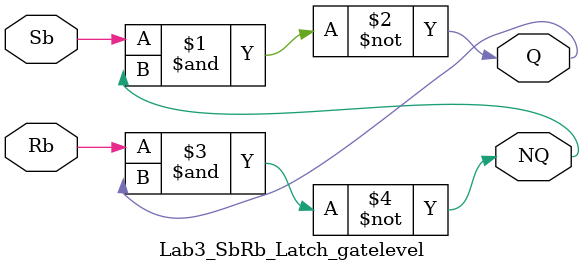
<source format=v>
module Lab3_SbRb_Latch_gatelevel(output Q, NQ, input Sb, Rb);

nand #(2) G1(Q,Sb,NQ);
nand #(2) G2(NQ,Rb,Q);

endmodule
</source>
